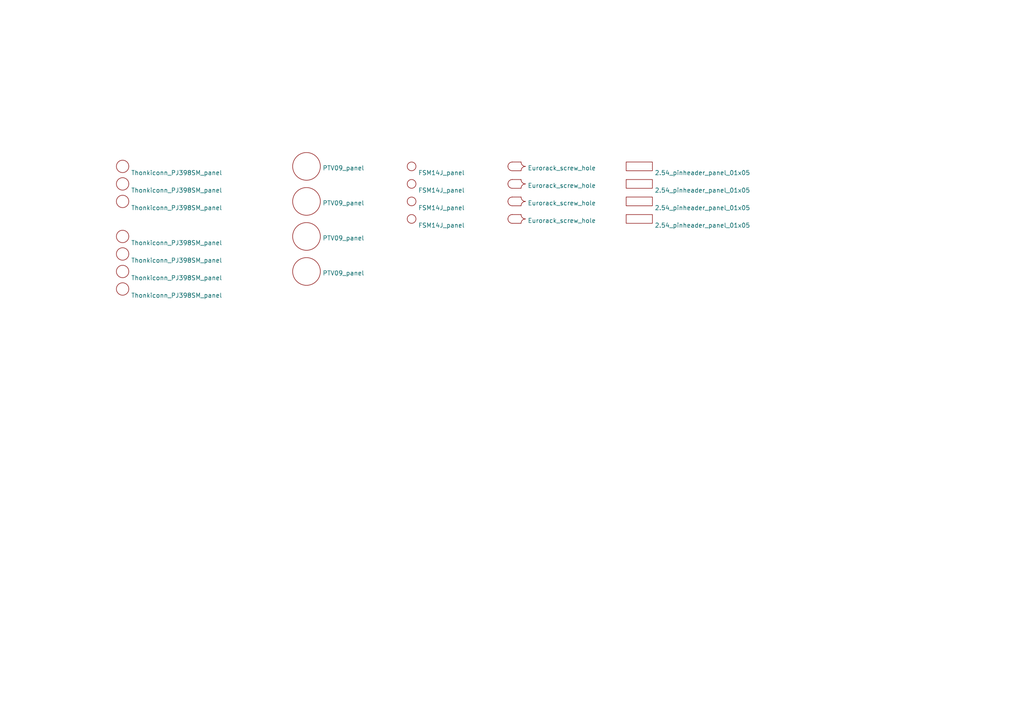
<source format=kicad_sch>
(kicad_sch (version 20211123) (generator eeschema)
  (paper "A4")
  (lib_symbols
    (symbol "myLibs6:2.54_pinheader_panel_01x05"
      (property "Reference" "P" (at 0 -6.35 0))
      (property "Value" "2.54_pinheader_panel_01x05" (at 0 -3.81 0))
      (symbol "2.54_pinheader_panel_01x05_0_1"
        (rectangle (start -3.81 1.27) (end 3.81 -1.27))
      )
    )
    (symbol "myLibs6:Eurorack_screw_hole"
      (property "Value" "Eurorack_screw_hole" (at 0 -2.54 0))
      (symbol "Eurorack_screw_hole_0_1"
        (arc (start -2.54 0) (mid -2.168 -0.898) (end -1.27 -1.27))
        (arc (start -1.27 1.27) (mid -2.168 0.898) (end -2.54 0))
        (polyline (pts (xy -1.27 -1.27) (xy 1.27 -1.27)))
        (polyline (pts (xy 1.27 1.27) (xy -1.27 1.27)))
        (arc (start 1.27 1.27) (mid 0.372 -0.898) (end 2.54 0))
        (arc (start 2.54 0) (mid 0.372 0.898) (end 1.27 -1.27))
      )
    )
    (symbol "myLibs6:FSM14J_panel"
      (property "Reference" "SW" (at 0 -3.81 0))
      (property "Value" "FSM14J_panel" (at 0 -5.08 0))
      (symbol "FSM14J_panel_0_1"
        (circle (center 0 0) (radius 1.27))
      )
    )
    (symbol "myLibs6:PTV09_panel"
      (property "Value" "PTV09_panel" (at 1.27 -5.08 0))
      (symbol "PTV09_panel_0_1"
        (circle (center 0 0) (radius 4.0161))
      )
    )
    (symbol "mylibs:Thonkiconn_PJ398SM_panel" (pin_names (offset 1.016))
      (property "Reference" "J" (at 0 -3.81 0))
      (property "Value" "Thonkiconn_PJ398SM_panel" (at 0 -6.35 0))
      (symbol "Thonkiconn_PJ398SM_panel_0_1"
        (circle (center 0 0) (radius 1.8034))
      )
    )
  )
  (symbol (lib_id "myLibs6:Eurorack_screw_hole") (at 149.86 63.5 0) (unit 1)
    (property "Reference" "H4" (effects hide))
    (property "Value" "Eurorack_screw_hole" (at 153.035 63.979 0) (effects (justify left)))
    (property "Footprint" "mylibs6:Eurorack_screw_hole" (effects hide))
  )
  (symbol (lib_id "mylibs:Thonkiconn_PJ398SM_panel") (at 35.56 83.82 0) (unit 1)
    (property "Reference" "J7" (effects hide))
    (property "Value" "Thonkiconn_PJ398SM_panel" (at 37.9984 85.6866 0) (effects (justify left)))
    (property "Footprint" "mylibs6:Thonkiconn_PJ398SM_panel" (effects hide))
  )
  (symbol (lib_id "myLibs6:PTV09_panel") (at 88.9 58.42 0) (unit 1)
    (property "Reference" "RV2" (effects hide))
    (property "Value" "PTV09_panel" (at 93.5511 58.899 0) (effects (justify left)))
    (property "Footprint" "mylibs6:PTV09_panel" (effects hide))
  )
  (symbol (lib_id "myLibs6:2.54_pinheader_panel_01x05") (at 185.42 58.42 0) (unit 1)
    (property "Reference" "P3" (effects hide))
    (property "Value" "2.54_pinheader_panel_01x05" (at 189.865 60.2866 0) (effects (justify left)))
    (property "Footprint" "mylibs6:2.54_pinheader_panel_01x05" (effects hide))
  )
  (symbol (lib_id "mylibs:Thonkiconn_PJ398SM_panel") (at 35.56 68.58 0) (unit 1)
    (property "Reference" "J4" (effects hide))
    (property "Value" "Thonkiconn_PJ398SM_panel" (at 37.9984 70.4466 0) (effects (justify left)))
    (property "Footprint" "mylibs6:Thonkiconn_PJ398SM_panel" (effects hide))
  )
  (symbol (lib_id "myLibs6:Eurorack_screw_hole") (at 149.86 53.34 0) (unit 1)
    (property "Reference" "H2" (effects hide))
    (property "Value" "Eurorack_screw_hole" (at 153.035 53.819 0) (effects (justify left)))
    (property "Footprint" "mylibs6:Eurorack_screw_hole" (effects hide))
  )
  (symbol (lib_id "myLibs6:PTV09_panel") (at 88.9 48.26 0) (unit 1)
    (property "Reference" "RV1" (effects hide))
    (property "Value" "PTV09_panel" (at 93.5511 48.739 0) (effects (justify left)))
    (property "Footprint" "mylibs6:PTV09_panel" (effects hide))
  )
  (symbol (lib_id "myLibs6:FSM14J_panel") (at 119.38 53.34 0) (unit 1)
    (property "Reference" "SW2" (effects hide))
    (property "Value" "FSM14J_panel" (at 121.285 55.2066 0) (effects (justify left)))
    (property "Footprint" "mylibs6:FSM14_panel" (effects hide))
  )
  (symbol (lib_id "mylibs:Thonkiconn_PJ398SM_panel") (at 35.56 53.34 0) (unit 1)
    (property "Reference" "J2" (effects hide))
    (property "Value" "Thonkiconn_PJ398SM_panel" (at 37.9984 55.2066 0) (effects (justify left)))
    (property "Footprint" "mylibs6:Thonkiconn_PJ398SM_panel" (effects hide))
  )
  (symbol (lib_id "myLibs6:2.54_pinheader_panel_01x05") (at 185.42 63.5 0) (unit 1)
    (property "Reference" "P4" (effects hide))
    (property "Value" "2.54_pinheader_panel_01x05" (at 189.865 65.3666 0) (effects (justify left)))
    (property "Footprint" "mylibs6:2.54_pinheader_panel_01x05" (effects hide))
  )
  (symbol (lib_id "myLibs6:2.54_pinheader_panel_01x05") (at 185.42 53.34 0) (unit 1)
    (property "Reference" "P2" (effects hide))
    (property "Value" "2.54_pinheader_panel_01x05" (at 189.865 55.2066 0) (effects (justify left)))
    (property "Footprint" "mylibs6:2.54_pinheader_panel_01x05" (effects hide))
  )
  (symbol (lib_id "mylibs:Thonkiconn_PJ398SM_panel") (at 35.56 48.26 0) (unit 1)
    (property "Reference" "J1" (effects hide))
    (property "Value" "Thonkiconn_PJ398SM_panel" (at 37.9984 50.1266 0) (effects (justify left)))
    (property "Footprint" "mylibs6:Thonkiconn_PJ398SM_panel" (effects hide))
  )
  (symbol (lib_id "mylibs:Thonkiconn_PJ398SM_panel") (at 35.56 58.42 0) (unit 1)
    (property "Reference" "J3" (effects hide))
    (property "Value" "Thonkiconn_PJ398SM_panel" (at 37.9984 60.2866 0) (effects (justify left)))
    (property "Footprint" "mylibs6:Thonkiconn_PJ398SM_panel" (effects hide))
  )
  (symbol (lib_id "myLibs6:Eurorack_screw_hole") (at 149.86 58.42 0) (unit 1)
    (property "Reference" "H3" (effects hide))
    (property "Value" "Eurorack_screw_hole" (at 153.035 58.899 0) (effects (justify left)))
    (property "Footprint" "mylibs6:Eurorack_screw_hole" (effects hide))
  )
  (symbol (lib_id "myLibs6:FSM14J_panel") (at 119.38 58.42 0) (unit 1)
    (property "Reference" "SW3" (effects hide))
    (property "Value" "FSM14J_panel" (at 121.285 60.2866 0) (effects (justify left)))
    (property "Footprint" "mylibs6:FSM14_panel" (effects hide))
  )
  (symbol (lib_id "myLibs6:PTV09_panel") (at 88.9 78.74 0) (unit 1)
    (property "Reference" "RV4" (effects hide))
    (property "Value" "PTV09_panel" (at 93.5511 79.219 0) (effects (justify left)))
    (property "Footprint" "mylibs6:PTV09_panel" (effects hide))
  )
  (symbol (lib_id "mylibs:Thonkiconn_PJ398SM_panel") (at 35.56 73.66 0) (unit 1)
    (property "Reference" "J5" (effects hide))
    (property "Value" "Thonkiconn_PJ398SM_panel" (at 37.9984 75.5266 0) (effects (justify left)))
    (property "Footprint" "mylibs6:Thonkiconn_PJ398SM_panel" (effects hide))
  )
  (symbol (lib_id "myLibs6:2.54_pinheader_panel_01x05") (at 185.42 48.26 0) (unit 1)
    (property "Reference" "P1" (effects hide))
    (property "Value" "2.54_pinheader_panel_01x05" (at 189.865 50.1266 0) (effects (justify left)))
    (property "Footprint" "mylibs6:2.54_pinheader_panel_01x05" (effects hide))
  )
  (symbol (lib_id "myLibs6:Eurorack_screw_hole") (at 149.86 48.26 0) (unit 1)
    (property "Reference" "H1" (effects hide))
    (property "Value" "Eurorack_screw_hole" (at 153.035 48.739 0) (effects (justify left)))
    (property "Footprint" "mylibs6:Eurorack_screw_hole" (effects hide))
  )
  (symbol (lib_id "myLibs6:FSM14J_panel") (at 119.38 63.5 0) (unit 1)
    (property "Reference" "SW4" (effects hide))
    (property "Value" "FSM14J_panel" (at 121.285 65.3666 0) (effects (justify left)))
    (property "Footprint" "mylibs6:FSM14_panel" (effects hide))
  )
  (symbol (lib_id "myLibs6:FSM14J_panel") (at 119.38 48.26 0) (unit 1)
    (property "Reference" "SW1" (effects hide))
    (property "Value" "FSM14J_panel" (at 121.285 50.1266 0) (effects (justify left)))
    (property "Footprint" "mylibs6:FSM14_panel" (effects hide))
  )
  (symbol (lib_id "mylibs:Thonkiconn_PJ398SM_panel") (at 35.56 78.74 0) (unit 1)
    (property "Reference" "J6" (effects hide))
    (property "Value" "Thonkiconn_PJ398SM_panel" (at 37.9984 80.6066 0) (effects (justify left)))
    (property "Footprint" "mylibs6:Thonkiconn_PJ398SM_panel" (effects hide))
  )
  (symbol (lib_id "myLibs6:PTV09_panel") (at 88.9 68.58 0) (unit 1)
    (property "Reference" "RV3" (effects hide))
    (property "Value" "PTV09_panel" (at 93.5511 69.059 0) (effects (justify left)))
    (property "Footprint" "mylibs6:PTV09_panel" (effects hide))
  )
)
</source>
